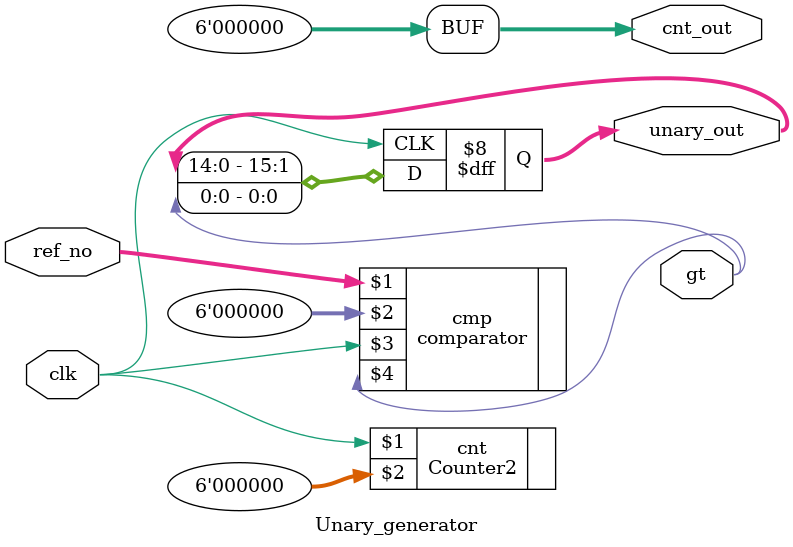
<source format=sv>
module Unary_generator (clk,ref_no,unary_out,cnt_out,gt);
input clk;
input [5:0] ref_no;
output reg [15:0] unary_out = 0 ;

output reg [5:0] cnt_out = 6'b0;
output gt;

//always @(posedge clk) begin
	Counter2 cnt(clk,cnt_out);
//end
//always @(posedge clk) begin
	comparator cmp(ref_no,cnt_out,clk,gt);
//end
always @(posedge clk) begin
      if (cnt_out == 17)
            unary_out = 16'b0;
      else
	       unary_out = {unary_out[14:0] ,gt}; 
end
/*
always @(negedge clk) begin
    if (cnt_out == 17)
            unary_out = 16'b0;
end
*/
endmodule



 
 


</source>
